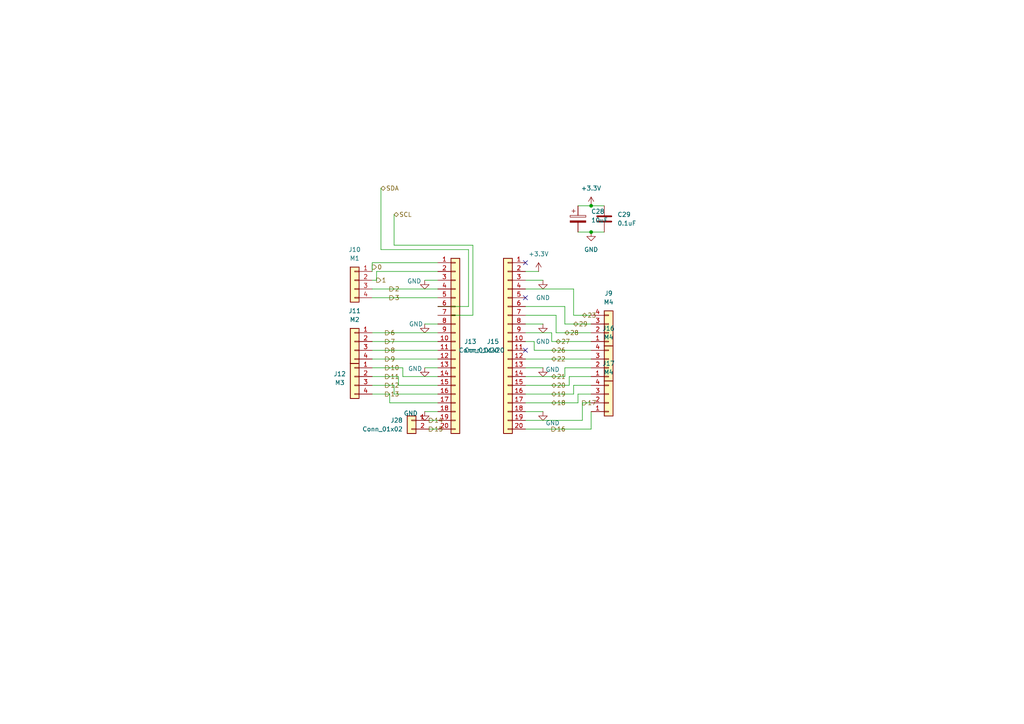
<source format=kicad_sch>
(kicad_sch
	(version 20231120)
	(generator "eeschema")
	(generator_version "8.0")
	(uuid "01e71eb3-7438-498f-8aeb-d22f8b1fe76c")
	(paper "A4")
	(lib_symbols
		(symbol "Connector_Generic:Conn_01x02"
			(pin_names
				(offset 1.016) hide)
			(exclude_from_sim no)
			(in_bom yes)
			(on_board yes)
			(property "Reference" "J"
				(at 0 2.54 0)
				(effects
					(font
						(size 1.27 1.27)
					)
				)
			)
			(property "Value" "Conn_01x02"
				(at 0 -5.08 0)
				(effects
					(font
						(size 1.27 1.27)
					)
				)
			)
			(property "Footprint" ""
				(at 0 0 0)
				(effects
					(font
						(size 1.27 1.27)
					)
					(hide yes)
				)
			)
			(property "Datasheet" "~"
				(at 0 0 0)
				(effects
					(font
						(size 1.27 1.27)
					)
					(hide yes)
				)
			)
			(property "Description" "Generic connector, single row, 01x02, script generated (kicad-library-utils/schlib/autogen/connector/)"
				(at 0 0 0)
				(effects
					(font
						(size 1.27 1.27)
					)
					(hide yes)
				)
			)
			(property "ki_keywords" "connector"
				(at 0 0 0)
				(effects
					(font
						(size 1.27 1.27)
					)
					(hide yes)
				)
			)
			(property "ki_fp_filters" "Connector*:*_1x??_*"
				(at 0 0 0)
				(effects
					(font
						(size 1.27 1.27)
					)
					(hide yes)
				)
			)
			(symbol "Conn_01x02_1_1"
				(rectangle
					(start -1.27 -2.413)
					(end 0 -2.667)
					(stroke
						(width 0.1524)
						(type default)
					)
					(fill
						(type none)
					)
				)
				(rectangle
					(start -1.27 0.127)
					(end 0 -0.127)
					(stroke
						(width 0.1524)
						(type default)
					)
					(fill
						(type none)
					)
				)
				(rectangle
					(start -1.27 1.27)
					(end 1.27 -3.81)
					(stroke
						(width 0.254)
						(type default)
					)
					(fill
						(type background)
					)
				)
				(pin passive line
					(at -5.08 0 0)
					(length 3.81)
					(name "Pin_1"
						(effects
							(font
								(size 1.27 1.27)
							)
						)
					)
					(number "1"
						(effects
							(font
								(size 1.27 1.27)
							)
						)
					)
				)
				(pin passive line
					(at -5.08 -2.54 0)
					(length 3.81)
					(name "Pin_2"
						(effects
							(font
								(size 1.27 1.27)
							)
						)
					)
					(number "2"
						(effects
							(font
								(size 1.27 1.27)
							)
						)
					)
				)
			)
		)
		(symbol "Connector_Generic:Conn_01x04"
			(pin_names
				(offset 1.016) hide)
			(exclude_from_sim no)
			(in_bom yes)
			(on_board yes)
			(property "Reference" "J"
				(at 0 5.08 0)
				(effects
					(font
						(size 1.27 1.27)
					)
				)
			)
			(property "Value" "Conn_01x04"
				(at 0 -7.62 0)
				(effects
					(font
						(size 1.27 1.27)
					)
				)
			)
			(property "Footprint" ""
				(at 0 0 0)
				(effects
					(font
						(size 1.27 1.27)
					)
					(hide yes)
				)
			)
			(property "Datasheet" "~"
				(at 0 0 0)
				(effects
					(font
						(size 1.27 1.27)
					)
					(hide yes)
				)
			)
			(property "Description" "Generic connector, single row, 01x04, script generated (kicad-library-utils/schlib/autogen/connector/)"
				(at 0 0 0)
				(effects
					(font
						(size 1.27 1.27)
					)
					(hide yes)
				)
			)
			(property "ki_keywords" "connector"
				(at 0 0 0)
				(effects
					(font
						(size 1.27 1.27)
					)
					(hide yes)
				)
			)
			(property "ki_fp_filters" "Connector*:*_1x??_*"
				(at 0 0 0)
				(effects
					(font
						(size 1.27 1.27)
					)
					(hide yes)
				)
			)
			(symbol "Conn_01x04_1_1"
				(rectangle
					(start -1.27 -4.953)
					(end 0 -5.207)
					(stroke
						(width 0.1524)
						(type default)
					)
					(fill
						(type none)
					)
				)
				(rectangle
					(start -1.27 -2.413)
					(end 0 -2.667)
					(stroke
						(width 0.1524)
						(type default)
					)
					(fill
						(type none)
					)
				)
				(rectangle
					(start -1.27 0.127)
					(end 0 -0.127)
					(stroke
						(width 0.1524)
						(type default)
					)
					(fill
						(type none)
					)
				)
				(rectangle
					(start -1.27 2.667)
					(end 0 2.413)
					(stroke
						(width 0.1524)
						(type default)
					)
					(fill
						(type none)
					)
				)
				(rectangle
					(start -1.27 3.81)
					(end 1.27 -6.35)
					(stroke
						(width 0.254)
						(type default)
					)
					(fill
						(type background)
					)
				)
				(pin passive line
					(at -5.08 2.54 0)
					(length 3.81)
					(name "Pin_1"
						(effects
							(font
								(size 1.27 1.27)
							)
						)
					)
					(number "1"
						(effects
							(font
								(size 1.27 1.27)
							)
						)
					)
				)
				(pin passive line
					(at -5.08 0 0)
					(length 3.81)
					(name "Pin_2"
						(effects
							(font
								(size 1.27 1.27)
							)
						)
					)
					(number "2"
						(effects
							(font
								(size 1.27 1.27)
							)
						)
					)
				)
				(pin passive line
					(at -5.08 -2.54 0)
					(length 3.81)
					(name "Pin_3"
						(effects
							(font
								(size 1.27 1.27)
							)
						)
					)
					(number "3"
						(effects
							(font
								(size 1.27 1.27)
							)
						)
					)
				)
				(pin passive line
					(at -5.08 -5.08 0)
					(length 3.81)
					(name "Pin_4"
						(effects
							(font
								(size 1.27 1.27)
							)
						)
					)
					(number "4"
						(effects
							(font
								(size 1.27 1.27)
							)
						)
					)
				)
			)
		)
		(symbol "Connector_Generic:Conn_01x20"
			(pin_names
				(offset 1.016) hide)
			(exclude_from_sim no)
			(in_bom yes)
			(on_board yes)
			(property "Reference" "J"
				(at 0 25.4 0)
				(effects
					(font
						(size 1.27 1.27)
					)
				)
			)
			(property "Value" "Conn_01x20"
				(at 0 -27.94 0)
				(effects
					(font
						(size 1.27 1.27)
					)
				)
			)
			(property "Footprint" ""
				(at 0 0 0)
				(effects
					(font
						(size 1.27 1.27)
					)
					(hide yes)
				)
			)
			(property "Datasheet" "~"
				(at 0 0 0)
				(effects
					(font
						(size 1.27 1.27)
					)
					(hide yes)
				)
			)
			(property "Description" "Generic connector, single row, 01x20, script generated (kicad-library-utils/schlib/autogen/connector/)"
				(at 0 0 0)
				(effects
					(font
						(size 1.27 1.27)
					)
					(hide yes)
				)
			)
			(property "ki_keywords" "connector"
				(at 0 0 0)
				(effects
					(font
						(size 1.27 1.27)
					)
					(hide yes)
				)
			)
			(property "ki_fp_filters" "Connector*:*_1x??_*"
				(at 0 0 0)
				(effects
					(font
						(size 1.27 1.27)
					)
					(hide yes)
				)
			)
			(symbol "Conn_01x20_1_1"
				(rectangle
					(start -1.27 -25.273)
					(end 0 -25.527)
					(stroke
						(width 0.1524)
						(type default)
					)
					(fill
						(type none)
					)
				)
				(rectangle
					(start -1.27 -22.733)
					(end 0 -22.987)
					(stroke
						(width 0.1524)
						(type default)
					)
					(fill
						(type none)
					)
				)
				(rectangle
					(start -1.27 -20.193)
					(end 0 -20.447)
					(stroke
						(width 0.1524)
						(type default)
					)
					(fill
						(type none)
					)
				)
				(rectangle
					(start -1.27 -17.653)
					(end 0 -17.907)
					(stroke
						(width 0.1524)
						(type default)
					)
					(fill
						(type none)
					)
				)
				(rectangle
					(start -1.27 -15.113)
					(end 0 -15.367)
					(stroke
						(width 0.1524)
						(type default)
					)
					(fill
						(type none)
					)
				)
				(rectangle
					(start -1.27 -12.573)
					(end 0 -12.827)
					(stroke
						(width 0.1524)
						(type default)
					)
					(fill
						(type none)
					)
				)
				(rectangle
					(start -1.27 -10.033)
					(end 0 -10.287)
					(stroke
						(width 0.1524)
						(type default)
					)
					(fill
						(type none)
					)
				)
				(rectangle
					(start -1.27 -7.493)
					(end 0 -7.747)
					(stroke
						(width 0.1524)
						(type default)
					)
					(fill
						(type none)
					)
				)
				(rectangle
					(start -1.27 -4.953)
					(end 0 -5.207)
					(stroke
						(width 0.1524)
						(type default)
					)
					(fill
						(type none)
					)
				)
				(rectangle
					(start -1.27 -2.413)
					(end 0 -2.667)
					(stroke
						(width 0.1524)
						(type default)
					)
					(fill
						(type none)
					)
				)
				(rectangle
					(start -1.27 0.127)
					(end 0 -0.127)
					(stroke
						(width 0.1524)
						(type default)
					)
					(fill
						(type none)
					)
				)
				(rectangle
					(start -1.27 2.667)
					(end 0 2.413)
					(stroke
						(width 0.1524)
						(type default)
					)
					(fill
						(type none)
					)
				)
				(rectangle
					(start -1.27 5.207)
					(end 0 4.953)
					(stroke
						(width 0.1524)
						(type default)
					)
					(fill
						(type none)
					)
				)
				(rectangle
					(start -1.27 7.747)
					(end 0 7.493)
					(stroke
						(width 0.1524)
						(type default)
					)
					(fill
						(type none)
					)
				)
				(rectangle
					(start -1.27 10.287)
					(end 0 10.033)
					(stroke
						(width 0.1524)
						(type default)
					)
					(fill
						(type none)
					)
				)
				(rectangle
					(start -1.27 12.827)
					(end 0 12.573)
					(stroke
						(width 0.1524)
						(type default)
					)
					(fill
						(type none)
					)
				)
				(rectangle
					(start -1.27 15.367)
					(end 0 15.113)
					(stroke
						(width 0.1524)
						(type default)
					)
					(fill
						(type none)
					)
				)
				(rectangle
					(start -1.27 17.907)
					(end 0 17.653)
					(stroke
						(width 0.1524)
						(type default)
					)
					(fill
						(type none)
					)
				)
				(rectangle
					(start -1.27 20.447)
					(end 0 20.193)
					(stroke
						(width 0.1524)
						(type default)
					)
					(fill
						(type none)
					)
				)
				(rectangle
					(start -1.27 22.987)
					(end 0 22.733)
					(stroke
						(width 0.1524)
						(type default)
					)
					(fill
						(type none)
					)
				)
				(rectangle
					(start -1.27 24.13)
					(end 1.27 -26.67)
					(stroke
						(width 0.254)
						(type default)
					)
					(fill
						(type background)
					)
				)
				(pin passive line
					(at -5.08 22.86 0)
					(length 3.81)
					(name "Pin_1"
						(effects
							(font
								(size 1.27 1.27)
							)
						)
					)
					(number "1"
						(effects
							(font
								(size 1.27 1.27)
							)
						)
					)
				)
				(pin passive line
					(at -5.08 0 0)
					(length 3.81)
					(name "Pin_10"
						(effects
							(font
								(size 1.27 1.27)
							)
						)
					)
					(number "10"
						(effects
							(font
								(size 1.27 1.27)
							)
						)
					)
				)
				(pin passive line
					(at -5.08 -2.54 0)
					(length 3.81)
					(name "Pin_11"
						(effects
							(font
								(size 1.27 1.27)
							)
						)
					)
					(number "11"
						(effects
							(font
								(size 1.27 1.27)
							)
						)
					)
				)
				(pin passive line
					(at -5.08 -5.08 0)
					(length 3.81)
					(name "Pin_12"
						(effects
							(font
								(size 1.27 1.27)
							)
						)
					)
					(number "12"
						(effects
							(font
								(size 1.27 1.27)
							)
						)
					)
				)
				(pin passive line
					(at -5.08 -7.62 0)
					(length 3.81)
					(name "Pin_13"
						(effects
							(font
								(size 1.27 1.27)
							)
						)
					)
					(number "13"
						(effects
							(font
								(size 1.27 1.27)
							)
						)
					)
				)
				(pin passive line
					(at -5.08 -10.16 0)
					(length 3.81)
					(name "Pin_14"
						(effects
							(font
								(size 1.27 1.27)
							)
						)
					)
					(number "14"
						(effects
							(font
								(size 1.27 1.27)
							)
						)
					)
				)
				(pin passive line
					(at -5.08 -12.7 0)
					(length 3.81)
					(name "Pin_15"
						(effects
							(font
								(size 1.27 1.27)
							)
						)
					)
					(number "15"
						(effects
							(font
								(size 1.27 1.27)
							)
						)
					)
				)
				(pin passive line
					(at -5.08 -15.24 0)
					(length 3.81)
					(name "Pin_16"
						(effects
							(font
								(size 1.27 1.27)
							)
						)
					)
					(number "16"
						(effects
							(font
								(size 1.27 1.27)
							)
						)
					)
				)
				(pin passive line
					(at -5.08 -17.78 0)
					(length 3.81)
					(name "Pin_17"
						(effects
							(font
								(size 1.27 1.27)
							)
						)
					)
					(number "17"
						(effects
							(font
								(size 1.27 1.27)
							)
						)
					)
				)
				(pin passive line
					(at -5.08 -20.32 0)
					(length 3.81)
					(name "Pin_18"
						(effects
							(font
								(size 1.27 1.27)
							)
						)
					)
					(number "18"
						(effects
							(font
								(size 1.27 1.27)
							)
						)
					)
				)
				(pin passive line
					(at -5.08 -22.86 0)
					(length 3.81)
					(name "Pin_19"
						(effects
							(font
								(size 1.27 1.27)
							)
						)
					)
					(number "19"
						(effects
							(font
								(size 1.27 1.27)
							)
						)
					)
				)
				(pin passive line
					(at -5.08 20.32 0)
					(length 3.81)
					(name "Pin_2"
						(effects
							(font
								(size 1.27 1.27)
							)
						)
					)
					(number "2"
						(effects
							(font
								(size 1.27 1.27)
							)
						)
					)
				)
				(pin passive line
					(at -5.08 -25.4 0)
					(length 3.81)
					(name "Pin_20"
						(effects
							(font
								(size 1.27 1.27)
							)
						)
					)
					(number "20"
						(effects
							(font
								(size 1.27 1.27)
							)
						)
					)
				)
				(pin passive line
					(at -5.08 17.78 0)
					(length 3.81)
					(name "Pin_3"
						(effects
							(font
								(size 1.27 1.27)
							)
						)
					)
					(number "3"
						(effects
							(font
								(size 1.27 1.27)
							)
						)
					)
				)
				(pin passive line
					(at -5.08 15.24 0)
					(length 3.81)
					(name "Pin_4"
						(effects
							(font
								(size 1.27 1.27)
							)
						)
					)
					(number "4"
						(effects
							(font
								(size 1.27 1.27)
							)
						)
					)
				)
				(pin passive line
					(at -5.08 12.7 0)
					(length 3.81)
					(name "Pin_5"
						(effects
							(font
								(size 1.27 1.27)
							)
						)
					)
					(number "5"
						(effects
							(font
								(size 1.27 1.27)
							)
						)
					)
				)
				(pin passive line
					(at -5.08 10.16 0)
					(length 3.81)
					(name "Pin_6"
						(effects
							(font
								(size 1.27 1.27)
							)
						)
					)
					(number "6"
						(effects
							(font
								(size 1.27 1.27)
							)
						)
					)
				)
				(pin passive line
					(at -5.08 7.62 0)
					(length 3.81)
					(name "Pin_7"
						(effects
							(font
								(size 1.27 1.27)
							)
						)
					)
					(number "7"
						(effects
							(font
								(size 1.27 1.27)
							)
						)
					)
				)
				(pin passive line
					(at -5.08 5.08 0)
					(length 3.81)
					(name "Pin_8"
						(effects
							(font
								(size 1.27 1.27)
							)
						)
					)
					(number "8"
						(effects
							(font
								(size 1.27 1.27)
							)
						)
					)
				)
				(pin passive line
					(at -5.08 2.54 0)
					(length 3.81)
					(name "Pin_9"
						(effects
							(font
								(size 1.27 1.27)
							)
						)
					)
					(number "9"
						(effects
							(font
								(size 1.27 1.27)
							)
						)
					)
				)
			)
		)
		(symbol "Device:C"
			(pin_numbers hide)
			(pin_names
				(offset 0.254)
			)
			(exclude_from_sim no)
			(in_bom yes)
			(on_board yes)
			(property "Reference" "C"
				(at 0.635 2.54 0)
				(effects
					(font
						(size 1.27 1.27)
					)
					(justify left)
				)
			)
			(property "Value" "C"
				(at 0.635 -2.54 0)
				(effects
					(font
						(size 1.27 1.27)
					)
					(justify left)
				)
			)
			(property "Footprint" ""
				(at 0.9652 -3.81 0)
				(effects
					(font
						(size 1.27 1.27)
					)
					(hide yes)
				)
			)
			(property "Datasheet" "~"
				(at 0 0 0)
				(effects
					(font
						(size 1.27 1.27)
					)
					(hide yes)
				)
			)
			(property "Description" "Unpolarized capacitor"
				(at 0 0 0)
				(effects
					(font
						(size 1.27 1.27)
					)
					(hide yes)
				)
			)
			(property "ki_keywords" "cap capacitor"
				(at 0 0 0)
				(effects
					(font
						(size 1.27 1.27)
					)
					(hide yes)
				)
			)
			(property "ki_fp_filters" "C_*"
				(at 0 0 0)
				(effects
					(font
						(size 1.27 1.27)
					)
					(hide yes)
				)
			)
			(symbol "C_0_1"
				(polyline
					(pts
						(xy -2.032 -0.762) (xy 2.032 -0.762)
					)
					(stroke
						(width 0.508)
						(type default)
					)
					(fill
						(type none)
					)
				)
				(polyline
					(pts
						(xy -2.032 0.762) (xy 2.032 0.762)
					)
					(stroke
						(width 0.508)
						(type default)
					)
					(fill
						(type none)
					)
				)
			)
			(symbol "C_1_1"
				(pin passive line
					(at 0 3.81 270)
					(length 2.794)
					(name "~"
						(effects
							(font
								(size 1.27 1.27)
							)
						)
					)
					(number "1"
						(effects
							(font
								(size 1.27 1.27)
							)
						)
					)
				)
				(pin passive line
					(at 0 -3.81 90)
					(length 2.794)
					(name "~"
						(effects
							(font
								(size 1.27 1.27)
							)
						)
					)
					(number "2"
						(effects
							(font
								(size 1.27 1.27)
							)
						)
					)
				)
			)
		)
		(symbol "Device:C_Polarized"
			(pin_numbers hide)
			(pin_names
				(offset 0.254)
			)
			(exclude_from_sim no)
			(in_bom yes)
			(on_board yes)
			(property "Reference" "C"
				(at 0.635 2.54 0)
				(effects
					(font
						(size 1.27 1.27)
					)
					(justify left)
				)
			)
			(property "Value" "C_Polarized"
				(at 0.635 -2.54 0)
				(effects
					(font
						(size 1.27 1.27)
					)
					(justify left)
				)
			)
			(property "Footprint" ""
				(at 0.9652 -3.81 0)
				(effects
					(font
						(size 1.27 1.27)
					)
					(hide yes)
				)
			)
			(property "Datasheet" "~"
				(at 0 0 0)
				(effects
					(font
						(size 1.27 1.27)
					)
					(hide yes)
				)
			)
			(property "Description" "Polarized capacitor"
				(at 0 0 0)
				(effects
					(font
						(size 1.27 1.27)
					)
					(hide yes)
				)
			)
			(property "ki_keywords" "cap capacitor"
				(at 0 0 0)
				(effects
					(font
						(size 1.27 1.27)
					)
					(hide yes)
				)
			)
			(property "ki_fp_filters" "CP_*"
				(at 0 0 0)
				(effects
					(font
						(size 1.27 1.27)
					)
					(hide yes)
				)
			)
			(symbol "C_Polarized_0_1"
				(rectangle
					(start -2.286 0.508)
					(end 2.286 1.016)
					(stroke
						(width 0)
						(type default)
					)
					(fill
						(type none)
					)
				)
				(polyline
					(pts
						(xy -1.778 2.286) (xy -0.762 2.286)
					)
					(stroke
						(width 0)
						(type default)
					)
					(fill
						(type none)
					)
				)
				(polyline
					(pts
						(xy -1.27 2.794) (xy -1.27 1.778)
					)
					(stroke
						(width 0)
						(type default)
					)
					(fill
						(type none)
					)
				)
				(rectangle
					(start 2.286 -0.508)
					(end -2.286 -1.016)
					(stroke
						(width 0)
						(type default)
					)
					(fill
						(type outline)
					)
				)
			)
			(symbol "C_Polarized_1_1"
				(pin passive line
					(at 0 3.81 270)
					(length 2.794)
					(name "~"
						(effects
							(font
								(size 1.27 1.27)
							)
						)
					)
					(number "1"
						(effects
							(font
								(size 1.27 1.27)
							)
						)
					)
				)
				(pin passive line
					(at 0 -3.81 90)
					(length 2.794)
					(name "~"
						(effects
							(font
								(size 1.27 1.27)
							)
						)
					)
					(number "2"
						(effects
							(font
								(size 1.27 1.27)
							)
						)
					)
				)
			)
		)
		(symbol "power:+3.3V"
			(power)
			(pin_numbers hide)
			(pin_names
				(offset 0) hide)
			(exclude_from_sim no)
			(in_bom yes)
			(on_board yes)
			(property "Reference" "#PWR"
				(at 0 -3.81 0)
				(effects
					(font
						(size 1.27 1.27)
					)
					(hide yes)
				)
			)
			(property "Value" "+3.3V"
				(at 0 3.556 0)
				(effects
					(font
						(size 1.27 1.27)
					)
				)
			)
			(property "Footprint" ""
				(at 0 0 0)
				(effects
					(font
						(size 1.27 1.27)
					)
					(hide yes)
				)
			)
			(property "Datasheet" ""
				(at 0 0 0)
				(effects
					(font
						(size 1.27 1.27)
					)
					(hide yes)
				)
			)
			(property "Description" "Power symbol creates a global label with name \"+3.3V\""
				(at 0 0 0)
				(effects
					(font
						(size 1.27 1.27)
					)
					(hide yes)
				)
			)
			(property "ki_keywords" "global power"
				(at 0 0 0)
				(effects
					(font
						(size 1.27 1.27)
					)
					(hide yes)
				)
			)
			(symbol "+3.3V_0_1"
				(polyline
					(pts
						(xy -0.762 1.27) (xy 0 2.54)
					)
					(stroke
						(width 0)
						(type default)
					)
					(fill
						(type none)
					)
				)
				(polyline
					(pts
						(xy 0 0) (xy 0 2.54)
					)
					(stroke
						(width 0)
						(type default)
					)
					(fill
						(type none)
					)
				)
				(polyline
					(pts
						(xy 0 2.54) (xy 0.762 1.27)
					)
					(stroke
						(width 0)
						(type default)
					)
					(fill
						(type none)
					)
				)
			)
			(symbol "+3.3V_1_1"
				(pin power_in line
					(at 0 0 90)
					(length 0)
					(name "~"
						(effects
							(font
								(size 1.27 1.27)
							)
						)
					)
					(number "1"
						(effects
							(font
								(size 1.27 1.27)
							)
						)
					)
				)
			)
		)
		(symbol "power:+3V3"
			(power)
			(pin_numbers hide)
			(pin_names
				(offset 0) hide)
			(exclude_from_sim no)
			(in_bom yes)
			(on_board yes)
			(property "Reference" "#PWR"
				(at 0 -3.81 0)
				(effects
					(font
						(size 1.27 1.27)
					)
					(hide yes)
				)
			)
			(property "Value" "+3V3"
				(at 0 3.556 0)
				(effects
					(font
						(size 1.27 1.27)
					)
				)
			)
			(property "Footprint" ""
				(at 0 0 0)
				(effects
					(font
						(size 1.27 1.27)
					)
					(hide yes)
				)
			)
			(property "Datasheet" ""
				(at 0 0 0)
				(effects
					(font
						(size 1.27 1.27)
					)
					(hide yes)
				)
			)
			(property "Description" "Power symbol creates a global label with name \"+3V3\""
				(at 0 0 0)
				(effects
					(font
						(size 1.27 1.27)
					)
					(hide yes)
				)
			)
			(property "ki_keywords" "global power"
				(at 0 0 0)
				(effects
					(font
						(size 1.27 1.27)
					)
					(hide yes)
				)
			)
			(symbol "+3V3_0_1"
				(polyline
					(pts
						(xy -0.762 1.27) (xy 0 2.54)
					)
					(stroke
						(width 0)
						(type default)
					)
					(fill
						(type none)
					)
				)
				(polyline
					(pts
						(xy 0 0) (xy 0 2.54)
					)
					(stroke
						(width 0)
						(type default)
					)
					(fill
						(type none)
					)
				)
				(polyline
					(pts
						(xy 0 2.54) (xy 0.762 1.27)
					)
					(stroke
						(width 0)
						(type default)
					)
					(fill
						(type none)
					)
				)
			)
			(symbol "+3V3_1_1"
				(pin power_in line
					(at 0 0 90)
					(length 0)
					(name "~"
						(effects
							(font
								(size 1.27 1.27)
							)
						)
					)
					(number "1"
						(effects
							(font
								(size 1.27 1.27)
							)
						)
					)
				)
			)
		)
		(symbol "power:GND"
			(power)
			(pin_numbers hide)
			(pin_names
				(offset 0) hide)
			(exclude_from_sim no)
			(in_bom yes)
			(on_board yes)
			(property "Reference" "#PWR"
				(at 0 -6.35 0)
				(effects
					(font
						(size 1.27 1.27)
					)
					(hide yes)
				)
			)
			(property "Value" "GND"
				(at 0 -3.81 0)
				(effects
					(font
						(size 1.27 1.27)
					)
				)
			)
			(property "Footprint" ""
				(at 0 0 0)
				(effects
					(font
						(size 1.27 1.27)
					)
					(hide yes)
				)
			)
			(property "Datasheet" ""
				(at 0 0 0)
				(effects
					(font
						(size 1.27 1.27)
					)
					(hide yes)
				)
			)
			(property "Description" "Power symbol creates a global label with name \"GND\" , ground"
				(at 0 0 0)
				(effects
					(font
						(size 1.27 1.27)
					)
					(hide yes)
				)
			)
			(property "ki_keywords" "global power"
				(at 0 0 0)
				(effects
					(font
						(size 1.27 1.27)
					)
					(hide yes)
				)
			)
			(symbol "GND_0_1"
				(polyline
					(pts
						(xy 0 0) (xy 0 -1.27) (xy 1.27 -1.27) (xy 0 -2.54) (xy -1.27 -1.27) (xy 0 -1.27)
					)
					(stroke
						(width 0)
						(type default)
					)
					(fill
						(type none)
					)
				)
			)
			(symbol "GND_1_1"
				(pin power_in line
					(at 0 0 270)
					(length 0)
					(name "~"
						(effects
							(font
								(size 1.27 1.27)
							)
						)
					)
					(number "1"
						(effects
							(font
								(size 1.27 1.27)
							)
						)
					)
				)
			)
		)
	)
	(junction
		(at 171.45 59.69)
		(diameter 0)
		(color 0 0 0 0)
		(uuid "233dbc02-2a5e-4358-8129-010ab82459ec")
	)
	(junction
		(at 171.45 67.31)
		(diameter 0)
		(color 0 0 0 0)
		(uuid "f11329d5-096f-4c40-830e-a1c37de91a0a")
	)
	(no_connect
		(at 152.4 76.2)
		(uuid "822965fe-67f0-4512-9ef1-08d6a9b74b8e")
	)
	(no_connect
		(at 152.4 101.6)
		(uuid "8aa9346a-71a1-48ff-b3f6-0f6f4f6257c3")
	)
	(no_connect
		(at 152.4 86.36)
		(uuid "c0e7ca48-c97a-41d9-922a-fb307a0ff020")
	)
	(wire
		(pts
			(xy 107.95 76.2) (xy 107.95 78.74)
		)
		(stroke
			(width 0)
			(type default)
		)
		(uuid "02dd8136-c20c-4540-8e41-0ed4aaa01e85")
	)
	(wire
		(pts
			(xy 168.91 121.92) (xy 168.91 116.84)
		)
		(stroke
			(width 0)
			(type default)
		)
		(uuid "048b42ef-692b-4f81-ab78-4f38933f98d4")
	)
	(wire
		(pts
			(xy 110.49 54.61) (xy 110.49 72.39)
		)
		(stroke
			(width 0)
			(type default)
		)
		(uuid "04c9d53d-43ec-4920-9bd7-0ed4b9400e0b")
	)
	(wire
		(pts
			(xy 107.95 104.14) (xy 127 104.14)
		)
		(stroke
			(width 0)
			(type default)
		)
		(uuid "05092072-33b7-4100-9419-4950102e5ede")
	)
	(wire
		(pts
			(xy 107.95 86.36) (xy 127 86.36)
		)
		(stroke
			(width 0)
			(type default)
		)
		(uuid "07f69dcc-373e-4c2a-910b-af91e203db52")
	)
	(wire
		(pts
			(xy 113.03 116.84) (xy 113.03 114.3)
		)
		(stroke
			(width 0)
			(type default)
		)
		(uuid "10067094-078e-4f9f-b475-179d74896ae7")
	)
	(wire
		(pts
			(xy 127 91.44) (xy 137.16 91.44)
		)
		(stroke
			(width 0)
			(type default)
		)
		(uuid "138b8cd3-6a40-4a44-ab3c-289c08e0bae6")
	)
	(wire
		(pts
			(xy 152.4 104.14) (xy 171.45 104.14)
		)
		(stroke
			(width 0)
			(type default)
		)
		(uuid "19bbbe8d-b421-4568-a7c8-6ac356a31240")
	)
	(wire
		(pts
			(xy 123.19 93.98) (xy 127 93.98)
		)
		(stroke
			(width 0)
			(type default)
		)
		(uuid "1c5d6aab-ef23-4fe3-8f0f-9f510e3c997b")
	)
	(wire
		(pts
			(xy 114.3 62.23) (xy 114.3 71.12)
		)
		(stroke
			(width 0)
			(type default)
		)
		(uuid "1de909ca-da81-44cd-92af-a67c527b9337")
	)
	(wire
		(pts
			(xy 160.02 96.52) (xy 160.02 99.06)
		)
		(stroke
			(width 0)
			(type default)
		)
		(uuid "1ee05bbe-41b9-42a9-acf9-01ad135efaf0")
	)
	(wire
		(pts
			(xy 113.03 114.3) (xy 107.95 114.3)
		)
		(stroke
			(width 0)
			(type default)
		)
		(uuid "20752ce4-f738-42af-af18-c05d4420ec7b")
	)
	(wire
		(pts
			(xy 167.64 59.69) (xy 171.45 59.69)
		)
		(stroke
			(width 0)
			(type default)
		)
		(uuid "255ba150-0f6f-462b-b24c-2e89a1c30de7")
	)
	(wire
		(pts
			(xy 114.3 111.76) (xy 107.95 111.76)
		)
		(stroke
			(width 0)
			(type default)
		)
		(uuid "2696b78a-19b2-4d85-b2a5-380748a7835d")
	)
	(wire
		(pts
			(xy 107.95 83.82) (xy 127 83.82)
		)
		(stroke
			(width 0)
			(type default)
		)
		(uuid "27274a28-d4b9-41ff-a16c-6aec8c5d9206")
	)
	(wire
		(pts
			(xy 116.84 109.22) (xy 116.84 106.68)
		)
		(stroke
			(width 0)
			(type default)
		)
		(uuid "2954afe4-6f1f-4373-a689-9988799b7975")
	)
	(wire
		(pts
			(xy 115.57 109.22) (xy 107.95 109.22)
		)
		(stroke
			(width 0)
			(type default)
		)
		(uuid "2b59ba8b-0f5b-4da1-9c76-60aadb40241b")
	)
	(wire
		(pts
			(xy 137.16 71.12) (xy 137.16 91.44)
		)
		(stroke
			(width 0)
			(type default)
		)
		(uuid "2bdc1071-1f13-4d1d-a50f-7e26b14e24b6")
	)
	(wire
		(pts
			(xy 124.46 124.46) (xy 127 124.46)
		)
		(stroke
			(width 0)
			(type default)
		)
		(uuid "2e85502a-98ae-4e1b-a6c8-2975b70f2a34")
	)
	(wire
		(pts
			(xy 107.95 99.06) (xy 127 99.06)
		)
		(stroke
			(width 0)
			(type default)
		)
		(uuid "2ed13338-8faf-4f9c-a331-97bc35976c31")
	)
	(wire
		(pts
			(xy 163.83 109.22) (xy 163.83 106.68)
		)
		(stroke
			(width 0)
			(type default)
		)
		(uuid "31b202de-f362-4121-bf87-9759d2becd46")
	)
	(wire
		(pts
			(xy 135.89 72.39) (xy 135.89 88.9)
		)
		(stroke
			(width 0)
			(type default)
		)
		(uuid "367240ef-a880-48a3-9211-86719eb3bf09")
	)
	(wire
		(pts
			(xy 165.1 111.76) (xy 165.1 109.22)
		)
		(stroke
			(width 0)
			(type default)
		)
		(uuid "38c3c1b5-0035-4c19-b491-907950c56707")
	)
	(wire
		(pts
			(xy 163.83 93.98) (xy 171.45 93.98)
		)
		(stroke
			(width 0)
			(type default)
		)
		(uuid "39abd494-ce40-473c-b2a7-1b9350f74493")
	)
	(wire
		(pts
			(xy 123.19 119.38) (xy 127 119.38)
		)
		(stroke
			(width 0)
			(type default)
		)
		(uuid "3ab66af9-643e-4eb1-896e-c246112fc6fd")
	)
	(wire
		(pts
			(xy 127 116.84) (xy 113.03 116.84)
		)
		(stroke
			(width 0)
			(type default)
		)
		(uuid "3cbfa05d-6843-4c63-9ae8-49a75153948b")
	)
	(wire
		(pts
			(xy 152.4 78.74) (xy 156.21 78.74)
		)
		(stroke
			(width 0)
			(type default)
		)
		(uuid "3d1df22c-bcee-4f0c-a59d-e3e12b07d534")
	)
	(wire
		(pts
			(xy 152.4 121.92) (xy 168.91 121.92)
		)
		(stroke
			(width 0)
			(type default)
		)
		(uuid "43883087-2bbd-47b3-9605-59fd51a82ed1")
	)
	(wire
		(pts
			(xy 152.4 111.76) (xy 165.1 111.76)
		)
		(stroke
			(width 0)
			(type default)
		)
		(uuid "46bb5359-f1c7-4907-8cfe-22200d356c3c")
	)
	(wire
		(pts
			(xy 127 111.76) (xy 115.57 111.76)
		)
		(stroke
			(width 0)
			(type default)
		)
		(uuid "47261f4d-95a1-44ff-97bc-e951ef51bb13")
	)
	(wire
		(pts
			(xy 152.4 93.98) (xy 157.48 93.98)
		)
		(stroke
			(width 0)
			(type default)
		)
		(uuid "51556706-8452-47d7-8ff7-4f68ec53a49d")
	)
	(wire
		(pts
			(xy 166.37 114.3) (xy 166.37 111.76)
		)
		(stroke
			(width 0)
			(type default)
		)
		(uuid "59aecb3f-afed-4f87-b979-780311c53dea")
	)
	(wire
		(pts
			(xy 161.29 91.44) (xy 161.29 96.52)
		)
		(stroke
			(width 0)
			(type default)
		)
		(uuid "5a254678-4141-4a01-8101-8a4545293485")
	)
	(wire
		(pts
			(xy 152.4 109.22) (xy 163.83 109.22)
		)
		(stroke
			(width 0)
			(type default)
		)
		(uuid "5c402d91-7054-496b-b30b-c9aa1d929eae")
	)
	(wire
		(pts
			(xy 127 78.74) (xy 109.22 78.74)
		)
		(stroke
			(width 0)
			(type default)
		)
		(uuid "64679849-bb06-405e-be4b-9f599bd97d64")
	)
	(wire
		(pts
			(xy 152.4 99.06) (xy 154.94 99.06)
		)
		(stroke
			(width 0)
			(type default)
		)
		(uuid "66367f57-69e8-42b7-b045-01e9a86c3ad6")
	)
	(wire
		(pts
			(xy 152.4 88.9) (xy 163.83 88.9)
		)
		(stroke
			(width 0)
			(type default)
		)
		(uuid "6a0679f0-9193-43fa-a721-fda3bcfb9cb7")
	)
	(wire
		(pts
			(xy 152.4 119.38) (xy 157.48 119.38)
		)
		(stroke
			(width 0)
			(type default)
		)
		(uuid "73371e6f-bead-4cbd-ab15-cbfc2d5f21e3")
	)
	(wire
		(pts
			(xy 114.3 71.12) (xy 137.16 71.12)
		)
		(stroke
			(width 0)
			(type default)
		)
		(uuid "74c3eb6b-1895-455c-a40b-7a7f7116ac45")
	)
	(wire
		(pts
			(xy 107.95 106.68) (xy 116.84 106.68)
		)
		(stroke
			(width 0)
			(type default)
		)
		(uuid "76abc6c8-254a-47c9-9d2a-d28dde957324")
	)
	(wire
		(pts
			(xy 109.22 78.74) (xy 109.22 81.28)
		)
		(stroke
			(width 0)
			(type default)
		)
		(uuid "7b81664a-ed31-4e35-a02c-20a261a875ac")
	)
	(wire
		(pts
			(xy 167.64 67.31) (xy 171.45 67.31)
		)
		(stroke
			(width 0)
			(type default)
		)
		(uuid "7d8e95a2-d4b1-46b7-9902-693226009059")
	)
	(wire
		(pts
			(xy 163.83 106.68) (xy 171.45 106.68)
		)
		(stroke
			(width 0)
			(type default)
		)
		(uuid "8070ff77-c952-4965-b2f1-90ebe8d7ae91")
	)
	(wire
		(pts
			(xy 166.37 111.76) (xy 171.45 111.76)
		)
		(stroke
			(width 0)
			(type default)
		)
		(uuid "8c9c3243-3088-47ca-a0b6-e4ab6a07be03")
	)
	(wire
		(pts
			(xy 110.49 72.39) (xy 135.89 72.39)
		)
		(stroke
			(width 0)
			(type default)
		)
		(uuid "8faf38de-daff-410f-860d-4603ca22c88d")
	)
	(wire
		(pts
			(xy 154.94 99.06) (xy 154.94 101.6)
		)
		(stroke
			(width 0)
			(type default)
		)
		(uuid "8fce509b-5cb5-43b2-b55c-fa83f99ec5c2")
	)
	(wire
		(pts
			(xy 168.91 116.84) (xy 171.45 116.84)
		)
		(stroke
			(width 0)
			(type default)
		)
		(uuid "9031c95d-5856-4ad4-b59d-dcd80a164c32")
	)
	(wire
		(pts
			(xy 166.37 83.82) (xy 166.37 91.44)
		)
		(stroke
			(width 0)
			(type default)
		)
		(uuid "9c49643d-8690-4feb-a086-54c652f891d5")
	)
	(wire
		(pts
			(xy 171.45 67.31) (xy 175.26 67.31)
		)
		(stroke
			(width 0)
			(type default)
		)
		(uuid "9c766832-c2a3-42f3-85db-ddf762039e4e")
	)
	(wire
		(pts
			(xy 127 114.3) (xy 114.3 114.3)
		)
		(stroke
			(width 0)
			(type default)
		)
		(uuid "9ea18b80-c80b-42ac-8831-7b5bb77e2edb")
	)
	(wire
		(pts
			(xy 107.95 81.28) (xy 109.22 81.28)
		)
		(stroke
			(width 0)
			(type default)
		)
		(uuid "a4d9fd32-3c1d-488e-a2a7-81683c1f4ca0")
	)
	(wire
		(pts
			(xy 107.95 101.6) (xy 127 101.6)
		)
		(stroke
			(width 0)
			(type default)
		)
		(uuid "a5737a4b-649e-406e-aad3-e2d6586bd8c5")
	)
	(wire
		(pts
			(xy 154.94 101.6) (xy 171.45 101.6)
		)
		(stroke
			(width 0)
			(type default)
		)
		(uuid "aa645ce8-1b86-436f-a73f-1e1f276af0ce")
	)
	(wire
		(pts
			(xy 152.4 81.28) (xy 157.48 81.28)
		)
		(stroke
			(width 0)
			(type default)
		)
		(uuid "acd4f7fe-46e9-412f-b189-982df21a6604")
	)
	(wire
		(pts
			(xy 152.4 124.46) (xy 171.45 124.46)
		)
		(stroke
			(width 0)
			(type default)
		)
		(uuid "b2f72cc0-afd4-4dd2-8c72-bbdfe0f0e208")
	)
	(wire
		(pts
			(xy 152.4 96.52) (xy 160.02 96.52)
		)
		(stroke
			(width 0)
			(type default)
		)
		(uuid "b3f00cc3-567a-40ef-b341-c81d18f3d14e")
	)
	(wire
		(pts
			(xy 152.4 83.82) (xy 166.37 83.82)
		)
		(stroke
			(width 0)
			(type default)
		)
		(uuid "b925513b-4d9b-4ef3-954f-788bc70ac138")
	)
	(wire
		(pts
			(xy 152.4 114.3) (xy 166.37 114.3)
		)
		(stroke
			(width 0)
			(type default)
		)
		(uuid "bb0a7cf2-eb3c-4951-8ff4-914291eaf3d9")
	)
	(wire
		(pts
			(xy 166.37 91.44) (xy 171.45 91.44)
		)
		(stroke
			(width 0)
			(type default)
		)
		(uuid "bdaab6ae-8e2c-406d-9e47-8d004fee7606")
	)
	(wire
		(pts
			(xy 152.4 116.84) (xy 167.64 116.84)
		)
		(stroke
			(width 0)
			(type default)
		)
		(uuid "c069e3c1-65ee-498d-9864-96af3d6ffee2")
	)
	(wire
		(pts
			(xy 167.64 114.3) (xy 171.45 114.3)
		)
		(stroke
			(width 0)
			(type default)
		)
		(uuid "c4e02049-77e2-4a0c-a96a-351ceaa38de5")
	)
	(wire
		(pts
			(xy 161.29 96.52) (xy 171.45 96.52)
		)
		(stroke
			(width 0)
			(type default)
		)
		(uuid "cadc98ea-2980-40c0-abd1-f0d0eb022f96")
	)
	(wire
		(pts
			(xy 165.1 109.22) (xy 171.45 109.22)
		)
		(stroke
			(width 0)
			(type default)
		)
		(uuid "cb933c86-8eed-42e7-b8b5-3f4c373c9b31")
	)
	(wire
		(pts
			(xy 167.64 116.84) (xy 167.64 114.3)
		)
		(stroke
			(width 0)
			(type default)
		)
		(uuid "cd0b6171-d5ee-4628-9558-69d7d6679d71")
	)
	(wire
		(pts
			(xy 127 109.22) (xy 116.84 109.22)
		)
		(stroke
			(width 0)
			(type default)
		)
		(uuid "d0607883-2ef5-40a4-b9d9-607bdc286c10")
	)
	(wire
		(pts
			(xy 152.4 106.68) (xy 157.48 106.68)
		)
		(stroke
			(width 0)
			(type default)
		)
		(uuid "d27dd8af-956f-4d27-b079-1c1223f91331")
	)
	(wire
		(pts
			(xy 123.19 106.68) (xy 127 106.68)
		)
		(stroke
			(width 0)
			(type default)
		)
		(uuid "d6121ec9-3a29-4fb4-87c2-2e745474e03b")
	)
	(wire
		(pts
			(xy 114.3 114.3) (xy 114.3 111.76)
		)
		(stroke
			(width 0)
			(type default)
		)
		(uuid "dc11726c-5f6e-4a14-bdeb-cb9fa62aa697")
	)
	(wire
		(pts
			(xy 115.57 111.76) (xy 115.57 109.22)
		)
		(stroke
			(width 0)
			(type default)
		)
		(uuid "de3d94f9-822f-49db-9886-a8b4aaf424a3")
	)
	(wire
		(pts
			(xy 123.19 81.28) (xy 127 81.28)
		)
		(stroke
			(width 0)
			(type default)
		)
		(uuid "e282a8d6-481d-487f-a973-a22d20b2abd6")
	)
	(wire
		(pts
			(xy 160.02 99.06) (xy 171.45 99.06)
		)
		(stroke
			(width 0)
			(type default)
		)
		(uuid "e3062614-dcdb-4171-bb39-41ec2fcc1f78")
	)
	(wire
		(pts
			(xy 127 76.2) (xy 107.95 76.2)
		)
		(stroke
			(width 0)
			(type default)
		)
		(uuid "e89e766f-8768-475b-a961-42113ddfbc43")
	)
	(wire
		(pts
			(xy 135.89 88.9) (xy 127 88.9)
		)
		(stroke
			(width 0)
			(type default)
		)
		(uuid "ecf467b4-c35c-45ee-a355-c07546555ae2")
	)
	(wire
		(pts
			(xy 171.45 59.69) (xy 175.26 59.69)
		)
		(stroke
			(width 0)
			(type default)
		)
		(uuid "eec214eb-8a74-4e0c-ba53-fe7ea27ee64d")
	)
	(wire
		(pts
			(xy 127 121.92) (xy 124.46 121.92)
		)
		(stroke
			(width 0)
			(type default)
		)
		(uuid "ef92864b-2d83-413c-a0f9-811dcbb7d450")
	)
	(wire
		(pts
			(xy 152.4 91.44) (xy 161.29 91.44)
		)
		(stroke
			(width 0)
			(type default)
		)
		(uuid "f414cce9-f19a-4057-a0b8-baaef3cfa3fe")
	)
	(wire
		(pts
			(xy 171.45 119.38) (xy 171.45 124.46)
		)
		(stroke
			(width 0)
			(type default)
		)
		(uuid "f727f26f-5786-4179-a269-885d44cbf0bd")
	)
	(wire
		(pts
			(xy 163.83 88.9) (xy 163.83 93.98)
		)
		(stroke
			(width 0)
			(type default)
		)
		(uuid "fb2bf1b4-8fdf-49d0-8d85-20a050d78bfb")
	)
	(wire
		(pts
			(xy 107.95 96.52) (xy 127 96.52)
		)
		(stroke
			(width 0)
			(type default)
		)
		(uuid "fdb01d56-a04f-4716-b977-767d3fc09a76")
	)
	(hierarchical_label "13"
		(shape output)
		(at 111.76 114.3 0)
		(fields_autoplaced yes)
		(effects
			(font
				(size 1.27 1.27)
			)
			(justify left)
		)
		(uuid "02854d39-6308-4e16-b831-1e17c00b9caf")
	)
	(hierarchical_label "18"
		(shape bidirectional)
		(at 160.02 116.84 0)
		(fields_autoplaced yes)
		(effects
			(font
				(size 1.27 1.27)
			)
			(justify left)
		)
		(uuid "03e8d0f3-3795-4a60-8d67-464e43e45acb")
	)
	(hierarchical_label "23"
		(shape bidirectional)
		(at 168.91 91.44 0)
		(fields_autoplaced yes)
		(effects
			(font
				(size 1.27 1.27)
			)
			(justify left)
		)
		(uuid "06b97551-3570-40a7-9a36-24e5a493506b")
	)
	(hierarchical_label "26"
		(shape bidirectional)
		(at 160.02 101.6 0)
		(fields_autoplaced yes)
		(effects
			(font
				(size 1.27 1.27)
			)
			(justify left)
		)
		(uuid "15120b6a-7811-4738-b39d-db5b1d02f536")
	)
	(hierarchical_label "1"
		(shape output)
		(at 109.22 81.28 0)
		(fields_autoplaced yes)
		(effects
			(font
				(size 1.27 1.27)
			)
			(justify left)
		)
		(uuid "1a4869e9-912e-4756-9678-78afe6c75fe0")
	)
	(hierarchical_label "22"
		(shape bidirectional)
		(at 160.02 104.14 0)
		(fields_autoplaced yes)
		(effects
			(font
				(size 1.27 1.27)
			)
			(justify left)
		)
		(uuid "1b6e0c22-5807-49db-aa07-aa143029c7f2")
	)
	(hierarchical_label "0"
		(shape output)
		(at 107.95 77.47 0)
		(fields_autoplaced yes)
		(effects
			(font
				(size 1.27 1.27)
			)
			(justify left)
		)
		(uuid "213ce5d8-0d3b-4f72-a0ba-05087cadaed1")
	)
	(hierarchical_label "12"
		(shape output)
		(at 111.76 111.76 0)
		(fields_autoplaced yes)
		(effects
			(font
				(size 1.27 1.27)
			)
			(justify left)
		)
		(uuid "219dd72e-e62c-4785-b0a6-0e0b23298859")
	)
	(hierarchical_label "27"
		(shape bidirectional)
		(at 161.29 99.06 0)
		(fields_autoplaced yes)
		(effects
			(font
				(size 1.27 1.27)
			)
			(justify left)
		)
		(uuid "2bac01fe-dd9c-4b07-84a3-053f5616aa99")
	)
	(hierarchical_label "21"
		(shape bidirectional)
		(at 160.02 109.22 0)
		(fields_autoplaced yes)
		(effects
			(font
				(size 1.27 1.27)
			)
			(justify left)
		)
		(uuid "38777986-21c1-42f6-ab21-5f1838419cd1")
	)
	(hierarchical_label "9"
		(shape output)
		(at 111.76 104.14 0)
		(fields_autoplaced yes)
		(effects
			(font
				(size 1.27 1.27)
			)
			(justify left)
		)
		(uuid "39ac2152-cad3-42ec-9033-6c0e49a2a65e")
	)
	(hierarchical_label "10"
		(shape output)
		(at 111.76 106.68 0)
		(fields_autoplaced yes)
		(effects
			(font
				(size 1.27 1.27)
			)
			(justify left)
		)
		(uuid "3bee8def-a370-43a2-8be6-12730fae6acd")
	)
	(hierarchical_label "8"
		(shape output)
		(at 111.76 101.6 0)
		(fields_autoplaced yes)
		(effects
			(font
				(size 1.27 1.27)
			)
			(justify left)
		)
		(uuid "3cc864a4-fa89-43dc-bbde-44c610119fe5")
	)
	(hierarchical_label "19"
		(shape bidirectional)
		(at 160.02 114.3 0)
		(fields_autoplaced yes)
		(effects
			(font
				(size 1.27 1.27)
			)
			(justify left)
		)
		(uuid "43c4957f-508a-4993-954e-10d4a7bae4c2")
	)
	(hierarchical_label "29"
		(shape bidirectional)
		(at 166.37 93.98 0)
		(fields_autoplaced yes)
		(effects
			(font
				(size 1.27 1.27)
			)
			(justify left)
		)
		(uuid "54b7d18d-7287-43cc-b0aa-79c48b1057e8")
	)
	(hierarchical_label "15"
		(shape output)
		(at 124.46 124.46 0)
		(fields_autoplaced yes)
		(effects
			(font
				(size 1.27 1.27)
			)
			(justify left)
		)
		(uuid "5f685532-59c1-4c17-9359-f3c88c7f79f0")
	)
	(hierarchical_label "11"
		(shape output)
		(at 111.76 109.22 0)
		(fields_autoplaced yes)
		(effects
			(font
				(size 1.27 1.27)
			)
			(justify left)
		)
		(uuid "611c50fd-03d9-49cb-bf0e-5dcd196d1dde")
	)
	(hierarchical_label "20"
		(shape bidirectional)
		(at 160.02 111.76 0)
		(fields_autoplaced yes)
		(effects
			(font
				(size 1.27 1.27)
			)
			(justify left)
		)
		(uuid "6ef0e8bb-fc30-42d3-bdd3-810c12292d2b")
	)
	(hierarchical_label "16"
		(shape output)
		(at 160.02 124.46 0)
		(fields_autoplaced yes)
		(effects
			(font
				(size 1.27 1.27)
			)
			(justify left)
		)
		(uuid "77d03d7b-d403-4f12-bf36-6ec14b6fb2be")
	)
	(hierarchical_label "2"
		(shape output)
		(at 113.03 83.82 0)
		(fields_autoplaced yes)
		(effects
			(font
				(size 1.27 1.27)
			)
			(justify left)
		)
		(uuid "839d911d-81be-4dba-af77-594c7c03637d")
	)
	(hierarchical_label "6"
		(shape output)
		(at 111.76 96.52 0)
		(fields_autoplaced yes)
		(effects
			(font
				(size 1.27 1.27)
			)
			(justify left)
		)
		(uuid "84becb9b-eab8-407c-b9a4-0b41f72eca5c")
	)
	(hierarchical_label "28"
		(shape bidirectional)
		(at 163.83 96.52 0)
		(fields_autoplaced yes)
		(effects
			(font
				(size 1.27 1.27)
			)
			(justify left)
		)
		(uuid "b019d6cf-f5f5-4c5b-a0ef-f2f651398a4b")
	)
	(hierarchical_label "3"
		(shape output)
		(at 113.03 86.36 0)
		(fields_autoplaced yes)
		(effects
			(font
				(size 1.27 1.27)
			)
			(justify left)
		)
		(uuid "b49543e9-353a-4117-b615-3438e7f82c1c")
	)
	(hierarchical_label "17"
		(shape output)
		(at 168.91 116.84 0)
		(fields_autoplaced yes)
		(effects
			(font
				(size 1.27 1.27)
			)
			(justify left)
		)
		(uuid "bded6506-9f0b-473f-8ec7-bf6c23576f8f")
	)
	(hierarchical_label "14"
		(shape output)
		(at 124.46 121.92 0)
		(fields_autoplaced yes)
		(effects
			(font
				(size 1.27 1.27)
			)
			(justify left)
		)
		(uuid "c238ac37-c2a7-4a41-9632-5dfe24578247")
	)
	(hierarchical_label "7"
		(shape output)
		(at 111.76 99.06 0)
		(fields_autoplaced yes)
		(effects
			(font
				(size 1.27 1.27)
			)
			(justify left)
		)
		(uuid "c3fbe22d-0240-4d3a-b663-68bf33cd44ec")
	)
	(hierarchical_label "SCL"
		(shape bidirectional)
		(at 114.3 62.23 0)
		(fields_autoplaced yes)
		(effects
			(font
				(size 1.27 1.27)
			)
			(justify left)
		)
		(uuid "d3fc64c3-01bc-46f5-9c49-b0e676c9a7f5")
	)
	(hierarchical_label "SDA"
		(shape bidirectional)
		(at 110.49 54.61 0)
		(fields_autoplaced yes)
		(effects
			(font
				(size 1.27 1.27)
			)
			(justify left)
		)
		(uuid "d4bd8961-2c74-4341-9988-b2c136e4e4f7")
	)
	(symbol
		(lib_id "power:GND")
		(at 123.19 106.68 0)
		(unit 1)
		(exclude_from_sim no)
		(in_bom yes)
		(on_board yes)
		(dnp no)
		(uuid "0fed180f-4dca-468b-ba18-355bafa6cf5e")
		(property "Reference" "#PWR017"
			(at 123.19 113.03 0)
			(effects
				(font
					(size 1.27 1.27)
				)
				(hide yes)
			)
		)
		(property "Value" "GND"
			(at 120.396 106.934 0)
			(effects
				(font
					(size 1.27 1.27)
				)
			)
		)
		(property "Footprint" ""
			(at 123.19 106.68 0)
			(effects
				(font
					(size 1.27 1.27)
				)
				(hide yes)
			)
		)
		(property "Datasheet" ""
			(at 123.19 106.68 0)
			(effects
				(font
					(size 1.27 1.27)
				)
				(hide yes)
			)
		)
		(property "Description" "Power symbol creates a global label with name \"GND\" , ground"
			(at 123.19 106.68 0)
			(effects
				(font
					(size 1.27 1.27)
				)
				(hide yes)
			)
		)
		(pin "1"
			(uuid "2ba5b100-3a63-45e4-b431-418c0fd2ecce")
		)
		(instances
			(project "haiya"
				(path "/52d86b2e-43b4-40ca-8cfa-56f8ac57fe29/f1bd5387-87ce-49ff-ad7f-5a1e49b23cfc"
					(reference "#PWR017")
					(unit 1)
				)
			)
		)
	)
	(symbol
		(lib_id "Connector_Generic:Conn_01x20")
		(at 132.08 99.06 0)
		(unit 1)
		(exclude_from_sim no)
		(in_bom yes)
		(on_board yes)
		(dnp no)
		(fields_autoplaced yes)
		(uuid "1a645b9a-8041-493f-bf99-0e5fca0cd808")
		(property "Reference" "J13"
			(at 134.62 99.0599 0)
			(effects
				(font
					(size 1.27 1.27)
				)
				(justify left)
			)
		)
		(property "Value" "Conn_01x20"
			(at 134.62 101.5999 0)
			(effects
				(font
					(size 1.27 1.27)
				)
				(justify left)
			)
		)
		(property "Footprint" "Connector_PinSocket_2.54mm:PinSocket_1x20_P2.54mm_Vertical"
			(at 132.08 99.06 0)
			(effects
				(font
					(size 1.27 1.27)
				)
				(hide yes)
			)
		)
		(property "Datasheet" "~"
			(at 132.08 99.06 0)
			(effects
				(font
					(size 1.27 1.27)
				)
				(hide yes)
			)
		)
		(property "Description" "Generic connector, single row, 01x20, script generated (kicad-library-utils/schlib/autogen/connector/)"
			(at 132.08 99.06 0)
			(effects
				(font
					(size 1.27 1.27)
				)
				(hide yes)
			)
		)
		(pin "16"
			(uuid "348fc4ab-4d3f-44f0-a7a7-01737ee69ed7")
		)
		(pin "8"
			(uuid "2f19c266-949f-4442-b256-9a3c26088e27")
		)
		(pin "4"
			(uuid "e6687e63-1c70-4728-820d-3fd28142b555")
		)
		(pin "11"
			(uuid "04e5be8f-662b-4861-96b6-47cfdf75537b")
		)
		(pin "13"
			(uuid "a83f7718-c45d-474d-afed-db979588bb77")
		)
		(pin "14"
			(uuid "88154f8d-d216-4dcd-8757-8cea4e8fee5f")
		)
		(pin "17"
			(uuid "e3826365-dfba-444c-8711-83a2386d7041")
		)
		(pin "1"
			(uuid "eb8e4215-4f3e-4be2-927d-be2b77dd897d")
		)
		(pin "18"
			(uuid "d564dd61-c3d2-4864-b450-454509080736")
		)
		(pin "12"
			(uuid "26c3e6cb-94eb-4e94-88db-3848d76e5cd6")
		)
		(pin "7"
			(uuid "a45c371f-e9d3-4217-8c84-d6137cd672bc")
		)
		(pin "9"
			(uuid "184db0b7-65cf-45aa-a5bc-669263c6a71a")
		)
		(pin "2"
			(uuid "f2c2c1cc-0fd4-4acf-aa95-0955e2a1dbe0")
		)
		(pin "20"
			(uuid "df795806-7dfc-4908-98b2-1e4a927d2ff0")
		)
		(pin "10"
			(uuid "0249231f-c737-443a-9666-ea54a41d0510")
		)
		(pin "6"
			(uuid "9f92affe-9c80-4b48-b08b-a03be909e948")
		)
		(pin "15"
			(uuid "65bfef8b-51ee-4e94-8c12-66f0663a1326")
		)
		(pin "3"
			(uuid "8b733082-240d-4c7d-a2cc-854794b01cee")
		)
		(pin "19"
			(uuid "7accd613-09f3-40e6-84f9-22f004c2f86c")
		)
		(pin "5"
			(uuid "a7919248-3226-49c4-be2c-273ad1304736")
		)
		(instances
			(project "haiya"
				(path "/52d86b2e-43b4-40ca-8cfa-56f8ac57fe29/f1bd5387-87ce-49ff-ad7f-5a1e49b23cfc"
					(reference "J13")
					(unit 1)
				)
			)
		)
	)
	(symbol
		(lib_id "power:GND")
		(at 171.45 67.31 0)
		(unit 1)
		(exclude_from_sim no)
		(in_bom yes)
		(on_board yes)
		(dnp no)
		(fields_autoplaced yes)
		(uuid "1b444129-d29d-44b9-86d5-574ef5330623")
		(property "Reference" "#PWR019"
			(at 171.45 73.66 0)
			(effects
				(font
					(size 1.27 1.27)
				)
				(hide yes)
			)
		)
		(property "Value" "GND"
			(at 171.45 72.39 0)
			(effects
				(font
					(size 1.27 1.27)
				)
			)
		)
		(property "Footprint" ""
			(at 171.45 67.31 0)
			(effects
				(font
					(size 1.27 1.27)
				)
				(hide yes)
			)
		)
		(property "Datasheet" ""
			(at 171.45 67.31 0)
			(effects
				(font
					(size 1.27 1.27)
				)
				(hide yes)
			)
		)
		(property "Description" "Power symbol creates a global label with name \"GND\" , ground"
			(at 171.45 67.31 0)
			(effects
				(font
					(size 1.27 1.27)
				)
				(hide yes)
			)
		)
		(pin "1"
			(uuid "3b7a32e9-63d6-47e2-8934-13f9ffa50153")
		)
		(instances
			(project "haiya"
				(path "/52d86b2e-43b4-40ca-8cfa-56f8ac57fe29/f1bd5387-87ce-49ff-ad7f-5a1e49b23cfc"
					(reference "#PWR019")
					(unit 1)
				)
			)
		)
	)
	(symbol
		(lib_id "Connector_Generic:Conn_01x04")
		(at 102.87 99.06 0)
		(mirror y)
		(unit 1)
		(exclude_from_sim no)
		(in_bom yes)
		(on_board yes)
		(dnp no)
		(fields_autoplaced yes)
		(uuid "1d7aa7a4-0127-4fd4-a42e-fd8f53676b91")
		(property "Reference" "J11"
			(at 102.87 90.17 0)
			(effects
				(font
					(size 1.27 1.27)
				)
			)
		)
		(property "Value" "M2"
			(at 102.87 92.71 0)
			(effects
				(font
					(size 1.27 1.27)
				)
			)
		)
		(property "Footprint" "Connector_JST:JST_XH_B4B-XH-A_1x04_P2.50mm_Vertical"
			(at 102.87 99.06 0)
			(effects
				(font
					(size 1.27 1.27)
				)
				(hide yes)
			)
		)
		(property "Datasheet" "~"
			(at 102.87 99.06 0)
			(effects
				(font
					(size 1.27 1.27)
				)
				(hide yes)
			)
		)
		(property "Description" "Generic connector, single row, 01x04, script generated (kicad-library-utils/schlib/autogen/connector/)"
			(at 102.87 99.06 0)
			(effects
				(font
					(size 1.27 1.27)
				)
				(hide yes)
			)
		)
		(pin "3"
			(uuid "80ed1734-d072-424b-85db-66fe3d05f512")
		)
		(pin "1"
			(uuid "cd7a1b34-3ef6-4015-8285-711b880af76e")
		)
		(pin "4"
			(uuid "4769ad44-e7ec-47f7-a03c-d9b651310134")
		)
		(pin "2"
			(uuid "43a6ea7d-c772-46fa-9ee9-3df1eda85489")
		)
		(instances
			(project "haiya"
				(path "/52d86b2e-43b4-40ca-8cfa-56f8ac57fe29/f1bd5387-87ce-49ff-ad7f-5a1e49b23cfc"
					(reference "J11")
					(unit 1)
				)
			)
		)
	)
	(symbol
		(lib_id "Connector_Generic:Conn_01x04")
		(at 176.53 96.52 0)
		(mirror x)
		(unit 1)
		(exclude_from_sim no)
		(in_bom yes)
		(on_board yes)
		(dnp no)
		(fields_autoplaced yes)
		(uuid "2bd51bc0-9339-4775-9392-359c72fe8141")
		(property "Reference" "J9"
			(at 176.53 85.09 0)
			(effects
				(font
					(size 1.27 1.27)
				)
			)
		)
		(property "Value" "M4"
			(at 176.53 87.63 0)
			(effects
				(font
					(size 1.27 1.27)
				)
			)
		)
		(property "Footprint" "Connector_JST:JST_XH_B4B-XH-A_1x04_P2.50mm_Vertical"
			(at 176.53 96.52 0)
			(effects
				(font
					(size 1.27 1.27)
				)
				(hide yes)
			)
		)
		(property "Datasheet" "~"
			(at 176.53 96.52 0)
			(effects
				(font
					(size 1.27 1.27)
				)
				(hide yes)
			)
		)
		(property "Description" "Generic connector, single row, 01x04, script generated (kicad-library-utils/schlib/autogen/connector/)"
			(at 176.53 96.52 0)
			(effects
				(font
					(size 1.27 1.27)
				)
				(hide yes)
			)
		)
		(pin "4"
			(uuid "83bd6132-211e-465d-91e1-a1d0ba3a4ae1")
		)
		(pin "3"
			(uuid "0ae6c9bf-bf6b-41ac-a08d-707f81130ea1")
		)
		(pin "1"
			(uuid "1c1871f4-bbfb-404c-898c-3297f28cf34a")
		)
		(pin "2"
			(uuid "9c5a9d13-6268-4e87-a5a5-5b459f3ed6e7")
		)
		(instances
			(project "haiya"
				(path "/52d86b2e-43b4-40ca-8cfa-56f8ac57fe29/f1bd5387-87ce-49ff-ad7f-5a1e49b23cfc"
					(reference "J9")
					(unit 1)
				)
			)
		)
	)
	(symbol
		(lib_id "Connector_Generic:Conn_01x04")
		(at 102.87 81.28 0)
		(mirror y)
		(unit 1)
		(exclude_from_sim no)
		(in_bom yes)
		(on_board yes)
		(dnp no)
		(fields_autoplaced yes)
		(uuid "450d227b-0374-486c-971a-aa795bfa5ebb")
		(property "Reference" "J10"
			(at 102.87 72.39 0)
			(effects
				(font
					(size 1.27 1.27)
				)
			)
		)
		(property "Value" "M1"
			(at 102.87 74.93 0)
			(effects
				(font
					(size 1.27 1.27)
				)
			)
		)
		(property "Footprint" "Connector_JST:JST_XH_B4B-XH-A_1x04_P2.50mm_Vertical"
			(at 102.87 81.28 0)
			(effects
				(font
					(size 1.27 1.27)
				)
				(hide yes)
			)
		)
		(property "Datasheet" "~"
			(at 102.87 81.28 0)
			(effects
				(font
					(size 1.27 1.27)
				)
				(hide yes)
			)
		)
		(property "Description" "Generic connector, single row, 01x04, script generated (kicad-library-utils/schlib/autogen/connector/)"
			(at 102.87 81.28 0)
			(effects
				(font
					(size 1.27 1.27)
				)
				(hide yes)
			)
		)
		(pin "1"
			(uuid "aefc9d21-c681-4c1c-a99c-df438c706a57")
		)
		(pin "2"
			(uuid "b6614b4b-2991-498a-99f5-1a88588ed5a8")
		)
		(pin "3"
			(uuid "65457a7a-b10e-46a8-bc3a-3329d8e163f6")
		)
		(pin "4"
			(uuid "dfd75f8f-4c10-438f-80a9-1b401a5517eb")
		)
		(instances
			(project "haiya"
				(path "/52d86b2e-43b4-40ca-8cfa-56f8ac57fe29/f1bd5387-87ce-49ff-ad7f-5a1e49b23cfc"
					(reference "J10")
					(unit 1)
				)
			)
		)
	)
	(symbol
		(lib_id "Device:C")
		(at 175.26 63.5 0)
		(unit 1)
		(exclude_from_sim no)
		(in_bom yes)
		(on_board yes)
		(dnp no)
		(fields_autoplaced yes)
		(uuid "5a558a56-dfd6-4388-8388-95e5a097f74c")
		(property "Reference" "C29"
			(at 179.07 62.2299 0)
			(effects
				(font
					(size 1.27 1.27)
				)
				(justify left)
			)
		)
		(property "Value" "0.1uF"
			(at 179.07 64.7699 0)
			(effects
				(font
					(size 1.27 1.27)
				)
				(justify left)
			)
		)
		(property "Footprint" "Capacitor_SMD:C_0805_2012Metric_Pad1.18x1.45mm_HandSolder"
			(at 176.2252 67.31 0)
			(effects
				(font
					(size 1.27 1.27)
				)
				(hide yes)
			)
		)
		(property "Datasheet" "~"
			(at 175.26 63.5 0)
			(effects
				(font
					(size 1.27 1.27)
				)
				(hide yes)
			)
		)
		(property "Description" "Unpolarized capacitor"
			(at 175.26 63.5 0)
			(effects
				(font
					(size 1.27 1.27)
				)
				(hide yes)
			)
		)
		(pin "1"
			(uuid "899c1348-3da0-45d1-bbf3-b235d856f261")
		)
		(pin "2"
			(uuid "4f95947c-3e7c-43ba-9511-1052efd1a0a9")
		)
		(instances
			(project "haiya"
				(path "/52d86b2e-43b4-40ca-8cfa-56f8ac57fe29/f1bd5387-87ce-49ff-ad7f-5a1e49b23cfc"
					(reference "C29")
					(unit 1)
				)
			)
		)
	)
	(symbol
		(lib_id "power:GND")
		(at 157.48 93.98 0)
		(unit 1)
		(exclude_from_sim no)
		(in_bom yes)
		(on_board yes)
		(dnp no)
		(fields_autoplaced yes)
		(uuid "7421d422-6023-4c92-a469-332d06585795")
		(property "Reference" "#PWR021"
			(at 157.48 100.33 0)
			(effects
				(font
					(size 1.27 1.27)
				)
				(hide yes)
			)
		)
		(property "Value" "GND"
			(at 157.48 99.06 0)
			(effects
				(font
					(size 1.27 1.27)
				)
			)
		)
		(property "Footprint" ""
			(at 157.48 93.98 0)
			(effects
				(font
					(size 1.27 1.27)
				)
				(hide yes)
			)
		)
		(property "Datasheet" ""
			(at 157.48 93.98 0)
			(effects
				(font
					(size 1.27 1.27)
				)
				(hide yes)
			)
		)
		(property "Description" "Power symbol creates a global label with name \"GND\" , ground"
			(at 157.48 93.98 0)
			(effects
				(font
					(size 1.27 1.27)
				)
				(hide yes)
			)
		)
		(pin "1"
			(uuid "b3f5968c-855a-4d72-96c1-c6f967d9ccbf")
		)
		(instances
			(project "haiya"
				(path "/52d86b2e-43b4-40ca-8cfa-56f8ac57fe29/f1bd5387-87ce-49ff-ad7f-5a1e49b23cfc"
					(reference "#PWR021")
					(unit 1)
				)
			)
		)
	)
	(symbol
		(lib_id "Connector_Generic:Conn_01x04")
		(at 102.87 109.22 0)
		(mirror y)
		(unit 1)
		(exclude_from_sim no)
		(in_bom yes)
		(on_board yes)
		(dnp no)
		(uuid "7b358b2e-1185-4de6-8c5b-5190316a2bec")
		(property "Reference" "J12"
			(at 98.552 108.458 0)
			(effects
				(font
					(size 1.27 1.27)
				)
			)
		)
		(property "Value" "M3"
			(at 98.552 110.998 0)
			(effects
				(font
					(size 1.27 1.27)
				)
			)
		)
		(property "Footprint" "Connector_JST:JST_XH_B4B-XH-A_1x04_P2.50mm_Vertical"
			(at 102.87 109.22 0)
			(effects
				(font
					(size 1.27 1.27)
				)
				(hide yes)
			)
		)
		(property "Datasheet" "~"
			(at 102.87 109.22 0)
			(effects
				(font
					(size 1.27 1.27)
				)
				(hide yes)
			)
		)
		(property "Description" "Generic connector, single row, 01x04, script generated (kicad-library-utils/schlib/autogen/connector/)"
			(at 102.87 109.22 0)
			(effects
				(font
					(size 1.27 1.27)
				)
				(hide yes)
			)
		)
		(pin "3"
			(uuid "e5d4fefa-d000-4baa-aaa7-1613d8959fe3")
		)
		(pin "4"
			(uuid "5bda1301-4a57-4b69-980a-3937331033a0")
		)
		(pin "1"
			(uuid "8bcd309e-9bdd-438e-99f1-c5aaa7e05f69")
		)
		(pin "2"
			(uuid "3f43f3e4-60f4-4c85-9109-b0cafc19d494")
		)
		(instances
			(project "haiya"
				(path "/52d86b2e-43b4-40ca-8cfa-56f8ac57fe29/f1bd5387-87ce-49ff-ad7f-5a1e49b23cfc"
					(reference "J12")
					(unit 1)
				)
			)
		)
	)
	(symbol
		(lib_id "power:GND")
		(at 123.19 119.38 0)
		(unit 1)
		(exclude_from_sim no)
		(in_bom yes)
		(on_board yes)
		(dnp no)
		(uuid "7b5b48c2-b809-4ce3-8dfa-73fdf84b5786")
		(property "Reference" "#PWR018"
			(at 123.19 125.73 0)
			(effects
				(font
					(size 1.27 1.27)
				)
				(hide yes)
			)
		)
		(property "Value" "GND"
			(at 119.126 119.888 0)
			(effects
				(font
					(size 1.27 1.27)
				)
			)
		)
		(property "Footprint" ""
			(at 123.19 119.38 0)
			(effects
				(font
					(size 1.27 1.27)
				)
				(hide yes)
			)
		)
		(property "Datasheet" ""
			(at 123.19 119.38 0)
			(effects
				(font
					(size 1.27 1.27)
				)
				(hide yes)
			)
		)
		(property "Description" "Power symbol creates a global label with name \"GND\" , ground"
			(at 123.19 119.38 0)
			(effects
				(font
					(size 1.27 1.27)
				)
				(hide yes)
			)
		)
		(pin "1"
			(uuid "42561d4c-5fea-4b41-99c0-6d11cb7d5a29")
		)
		(instances
			(project "haiya"
				(path "/52d86b2e-43b4-40ca-8cfa-56f8ac57fe29/f1bd5387-87ce-49ff-ad7f-5a1e49b23cfc"
					(reference "#PWR018")
					(unit 1)
				)
			)
		)
	)
	(symbol
		(lib_id "Connector_Generic:Conn_01x04")
		(at 176.53 106.68 0)
		(mirror x)
		(unit 1)
		(exclude_from_sim no)
		(in_bom yes)
		(on_board yes)
		(dnp no)
		(fields_autoplaced yes)
		(uuid "84a46c22-5d3a-4616-a642-5044f7562a53")
		(property "Reference" "J16"
			(at 176.53 95.25 0)
			(effects
				(font
					(size 1.27 1.27)
				)
			)
		)
		(property "Value" "M4"
			(at 176.53 97.79 0)
			(effects
				(font
					(size 1.27 1.27)
				)
			)
		)
		(property "Footprint" "Connector_JST:JST_XH_B4B-XH-A_1x04_P2.50mm_Vertical"
			(at 176.53 106.68 0)
			(effects
				(font
					(size 1.27 1.27)
				)
				(hide yes)
			)
		)
		(property "Datasheet" "~"
			(at 176.53 106.68 0)
			(effects
				(font
					(size 1.27 1.27)
				)
				(hide yes)
			)
		)
		(property "Description" "Generic connector, single row, 01x04, script generated (kicad-library-utils/schlib/autogen/connector/)"
			(at 176.53 106.68 0)
			(effects
				(font
					(size 1.27 1.27)
				)
				(hide yes)
			)
		)
		(pin "4"
			(uuid "c087ff29-05f3-49af-b981-141c2aea79d8")
		)
		(pin "3"
			(uuid "6e317173-68cf-4c4b-8ea6-c78fdf90ef1c")
		)
		(pin "1"
			(uuid "615b992f-b5e3-4c4f-b0d5-650c4a4e5b21")
		)
		(pin "2"
			(uuid "00ba409b-f547-4f84-949e-782fc2d51f6b")
		)
		(instances
			(project "haiya"
				(path "/52d86b2e-43b4-40ca-8cfa-56f8ac57fe29/f1bd5387-87ce-49ff-ad7f-5a1e49b23cfc"
					(reference "J16")
					(unit 1)
				)
			)
		)
	)
	(symbol
		(lib_id "power:GND")
		(at 123.19 81.28 0)
		(unit 1)
		(exclude_from_sim no)
		(in_bom yes)
		(on_board yes)
		(dnp no)
		(uuid "883106de-0335-495e-8063-1001bc3bab3e")
		(property "Reference" "#PWR02"
			(at 123.19 87.63 0)
			(effects
				(font
					(size 1.27 1.27)
				)
				(hide yes)
			)
		)
		(property "Value" "GND"
			(at 120.142 81.534 0)
			(effects
				(font
					(size 1.27 1.27)
				)
			)
		)
		(property "Footprint" ""
			(at 123.19 81.28 0)
			(effects
				(font
					(size 1.27 1.27)
				)
				(hide yes)
			)
		)
		(property "Datasheet" ""
			(at 123.19 81.28 0)
			(effects
				(font
					(size 1.27 1.27)
				)
				(hide yes)
			)
		)
		(property "Description" "Power symbol creates a global label with name \"GND\" , ground"
			(at 123.19 81.28 0)
			(effects
				(font
					(size 1.27 1.27)
				)
				(hide yes)
			)
		)
		(pin "1"
			(uuid "d242abba-7d5c-41e6-8cb7-08e4b41bd647")
		)
		(instances
			(project "haiya"
				(path "/52d86b2e-43b4-40ca-8cfa-56f8ac57fe29/f1bd5387-87ce-49ff-ad7f-5a1e49b23cfc"
					(reference "#PWR02")
					(unit 1)
				)
			)
		)
	)
	(symbol
		(lib_id "Connector_Generic:Conn_01x02")
		(at 119.38 121.92 0)
		(mirror y)
		(unit 1)
		(exclude_from_sim no)
		(in_bom yes)
		(on_board yes)
		(dnp no)
		(uuid "887ce909-0da4-41fc-b4f5-94fcda2bcc27")
		(property "Reference" "J28"
			(at 116.84 121.9199 0)
			(effects
				(font
					(size 1.27 1.27)
				)
				(justify left)
			)
		)
		(property "Value" "Conn_01x02"
			(at 116.84 124.4599 0)
			(effects
				(font
					(size 1.27 1.27)
				)
				(justify left)
			)
		)
		(property "Footprint" "Connector_JST:JST_XH_B2B-XH-A_1x02_P2.50mm_Vertical"
			(at 119.38 121.92 0)
			(effects
				(font
					(size 1.27 1.27)
				)
				(hide yes)
			)
		)
		(property "Datasheet" "~"
			(at 119.38 121.92 0)
			(effects
				(font
					(size 1.27 1.27)
				)
				(hide yes)
			)
		)
		(property "Description" "Generic connector, single row, 01x02, script generated (kicad-library-utils/schlib/autogen/connector/)"
			(at 119.38 121.92 0)
			(effects
				(font
					(size 1.27 1.27)
				)
				(hide yes)
			)
		)
		(pin "1"
			(uuid "3ba2d64d-236b-41de-bf4f-f007c51f565a")
		)
		(pin "2"
			(uuid "e8b71374-f523-4aa5-9f85-a37646d464b5")
		)
		(instances
			(project "haiya"
				(path "/52d86b2e-43b4-40ca-8cfa-56f8ac57fe29/f1bd5387-87ce-49ff-ad7f-5a1e49b23cfc"
					(reference "J28")
					(unit 1)
				)
			)
		)
	)
	(symbol
		(lib_id "Connector_Generic:Conn_01x04")
		(at 176.53 116.84 0)
		(mirror x)
		(unit 1)
		(exclude_from_sim no)
		(in_bom yes)
		(on_board yes)
		(dnp no)
		(fields_autoplaced yes)
		(uuid "8d2ad5c7-6b48-43e9-b0b8-52da2a954f2f")
		(property "Reference" "J17"
			(at 176.53 105.41 0)
			(effects
				(font
					(size 1.27 1.27)
				)
			)
		)
		(property "Value" "M4"
			(at 176.53 107.95 0)
			(effects
				(font
					(size 1.27 1.27)
				)
			)
		)
		(property "Footprint" "Connector_JST:JST_XH_B4B-XH-A_1x04_P2.50mm_Vertical"
			(at 176.53 116.84 0)
			(effects
				(font
					(size 1.27 1.27)
				)
				(hide yes)
			)
		)
		(property "Datasheet" "~"
			(at 176.53 116.84 0)
			(effects
				(font
					(size 1.27 1.27)
				)
				(hide yes)
			)
		)
		(property "Description" "Generic connector, single row, 01x04, script generated (kicad-library-utils/schlib/autogen/connector/)"
			(at 176.53 116.84 0)
			(effects
				(font
					(size 1.27 1.27)
				)
				(hide yes)
			)
		)
		(pin "4"
			(uuid "8ff3f1c5-3e1f-4a9a-81d9-28f5e14b5bdf")
		)
		(pin "3"
			(uuid "26d13dda-4997-482f-af62-0ef26bbe23b9")
		)
		(pin "1"
			(uuid "0fbb3a62-c82d-4132-8d19-ad3c08f722e2")
		)
		(pin "2"
			(uuid "d17fad40-4755-4c7f-bd80-956e68b16df8")
		)
		(instances
			(project "haiya"
				(path "/52d86b2e-43b4-40ca-8cfa-56f8ac57fe29/f1bd5387-87ce-49ff-ad7f-5a1e49b23cfc"
					(reference "J17")
					(unit 1)
				)
			)
		)
	)
	(symbol
		(lib_id "power:GND")
		(at 157.48 106.68 0)
		(unit 1)
		(exclude_from_sim no)
		(in_bom yes)
		(on_board yes)
		(dnp no)
		(uuid "8e2e71c9-5c92-4116-a450-ae5ebebd028f")
		(property "Reference" "#PWR022"
			(at 157.48 113.03 0)
			(effects
				(font
					(size 1.27 1.27)
				)
				(hide yes)
			)
		)
		(property "Value" "GND"
			(at 160.274 107.188 0)
			(effects
				(font
					(size 1.27 1.27)
				)
			)
		)
		(property "Footprint" ""
			(at 157.48 106.68 0)
			(effects
				(font
					(size 1.27 1.27)
				)
				(hide yes)
			)
		)
		(property "Datasheet" ""
			(at 157.48 106.68 0)
			(effects
				(font
					(size 1.27 1.27)
				)
				(hide yes)
			)
		)
		(property "Description" "Power symbol creates a global label with name \"GND\" , ground"
			(at 157.48 106.68 0)
			(effects
				(font
					(size 1.27 1.27)
				)
				(hide yes)
			)
		)
		(pin "1"
			(uuid "968800cc-6047-47e7-b386-7c93483361a2")
		)
		(instances
			(project "haiya"
				(path "/52d86b2e-43b4-40ca-8cfa-56f8ac57fe29/f1bd5387-87ce-49ff-ad7f-5a1e49b23cfc"
					(reference "#PWR022")
					(unit 1)
				)
			)
		)
	)
	(symbol
		(lib_id "power:GND")
		(at 157.48 119.38 0)
		(unit 1)
		(exclude_from_sim no)
		(in_bom yes)
		(on_board yes)
		(dnp no)
		(uuid "92b7dcea-9698-41cd-9e9e-c43c9e822330")
		(property "Reference" "#PWR023"
			(at 157.48 125.73 0)
			(effects
				(font
					(size 1.27 1.27)
				)
				(hide yes)
			)
		)
		(property "Value" "GND"
			(at 160.274 122.682 0)
			(effects
				(font
					(size 1.27 1.27)
				)
			)
		)
		(property "Footprint" ""
			(at 157.48 119.38 0)
			(effects
				(font
					(size 1.27 1.27)
				)
				(hide yes)
			)
		)
		(property "Datasheet" ""
			(at 157.48 119.38 0)
			(effects
				(font
					(size 1.27 1.27)
				)
				(hide yes)
			)
		)
		(property "Description" "Power symbol creates a global label with name \"GND\" , ground"
			(at 157.48 119.38 0)
			(effects
				(font
					(size 1.27 1.27)
				)
				(hide yes)
			)
		)
		(pin "1"
			(uuid "9f98309d-b1b5-49d9-a281-633309097aa3")
		)
		(instances
			(project "haiya"
				(path "/52d86b2e-43b4-40ca-8cfa-56f8ac57fe29/f1bd5387-87ce-49ff-ad7f-5a1e49b23cfc"
					(reference "#PWR023")
					(unit 1)
				)
			)
		)
	)
	(symbol
		(lib_id "power:+3.3V")
		(at 171.45 59.69 0)
		(unit 1)
		(exclude_from_sim no)
		(in_bom yes)
		(on_board yes)
		(dnp no)
		(fields_autoplaced yes)
		(uuid "a6303b55-4923-4085-9fee-cf6e5689cc04")
		(property "Reference" "#PWR014"
			(at 171.45 63.5 0)
			(effects
				(font
					(size 1.27 1.27)
				)
				(hide yes)
			)
		)
		(property "Value" "+3.3V"
			(at 171.45 54.61 0)
			(effects
				(font
					(size 1.27 1.27)
				)
			)
		)
		(property "Footprint" ""
			(at 171.45 59.69 0)
			(effects
				(font
					(size 1.27 1.27)
				)
				(hide yes)
			)
		)
		(property "Datasheet" ""
			(at 171.45 59.69 0)
			(effects
				(font
					(size 1.27 1.27)
				)
				(hide yes)
			)
		)
		(property "Description" "Power symbol creates a global label with name \"+3.3V\""
			(at 171.45 59.69 0)
			(effects
				(font
					(size 1.27 1.27)
				)
				(hide yes)
			)
		)
		(pin "1"
			(uuid "5f05e748-975b-4138-9754-e07147ac75e9")
		)
		(instances
			(project "haiya"
				(path "/52d86b2e-43b4-40ca-8cfa-56f8ac57fe29/f1bd5387-87ce-49ff-ad7f-5a1e49b23cfc"
					(reference "#PWR014")
					(unit 1)
				)
			)
		)
	)
	(symbol
		(lib_id "power:GND")
		(at 157.48 81.28 0)
		(unit 1)
		(exclude_from_sim no)
		(in_bom yes)
		(on_board yes)
		(dnp no)
		(fields_autoplaced yes)
		(uuid "ba1da1b2-13de-443f-9216-c3ee933afe5f")
		(property "Reference" "#PWR020"
			(at 157.48 87.63 0)
			(effects
				(font
					(size 1.27 1.27)
				)
				(hide yes)
			)
		)
		(property "Value" "GND"
			(at 157.48 86.36 0)
			(effects
				(font
					(size 1.27 1.27)
				)
			)
		)
		(property "Footprint" ""
			(at 157.48 81.28 0)
			(effects
				(font
					(size 1.27 1.27)
				)
				(hide yes)
			)
		)
		(property "Datasheet" ""
			(at 157.48 81.28 0)
			(effects
				(font
					(size 1.27 1.27)
				)
				(hide yes)
			)
		)
		(property "Description" "Power symbol creates a global label with name \"GND\" , ground"
			(at 157.48 81.28 0)
			(effects
				(font
					(size 1.27 1.27)
				)
				(hide yes)
			)
		)
		(pin "1"
			(uuid "01d9b97c-64bb-4334-b2d8-ebd41291a2a8")
		)
		(instances
			(project "haiya"
				(path "/52d86b2e-43b4-40ca-8cfa-56f8ac57fe29/f1bd5387-87ce-49ff-ad7f-5a1e49b23cfc"
					(reference "#PWR020")
					(unit 1)
				)
			)
		)
	)
	(symbol
		(lib_id "power:GND")
		(at 123.19 93.98 0)
		(unit 1)
		(exclude_from_sim no)
		(in_bom yes)
		(on_board yes)
		(dnp no)
		(uuid "dc08d63e-495c-400e-a5c9-12645ed52a4a")
		(property "Reference" "#PWR016"
			(at 123.19 100.33 0)
			(effects
				(font
					(size 1.27 1.27)
				)
				(hide yes)
			)
		)
		(property "Value" "GND"
			(at 120.65 93.98 0)
			(effects
				(font
					(size 1.27 1.27)
				)
			)
		)
		(property "Footprint" ""
			(at 123.19 93.98 0)
			(effects
				(font
					(size 1.27 1.27)
				)
				(hide yes)
			)
		)
		(property "Datasheet" ""
			(at 123.19 93.98 0)
			(effects
				(font
					(size 1.27 1.27)
				)
				(hide yes)
			)
		)
		(property "Description" "Power symbol creates a global label with name \"GND\" , ground"
			(at 123.19 93.98 0)
			(effects
				(font
					(size 1.27 1.27)
				)
				(hide yes)
			)
		)
		(pin "1"
			(uuid "62c6e441-3731-4810-93bd-ecfcc424adf4")
		)
		(instances
			(project "haiya"
				(path "/52d86b2e-43b4-40ca-8cfa-56f8ac57fe29/f1bd5387-87ce-49ff-ad7f-5a1e49b23cfc"
					(reference "#PWR016")
					(unit 1)
				)
			)
		)
	)
	(symbol
		(lib_id "power:+3V3")
		(at 156.21 78.74 0)
		(unit 1)
		(exclude_from_sim no)
		(in_bom yes)
		(on_board yes)
		(dnp no)
		(fields_autoplaced yes)
		(uuid "eb28befa-9ea7-476c-ab86-d0990d9aa656")
		(property "Reference" "#PWR07"
			(at 156.21 82.55 0)
			(effects
				(font
					(size 1.27 1.27)
				)
				(hide yes)
			)
		)
		(property "Value" "+3.3V"
			(at 156.21 73.66 0)
			(effects
				(font
					(size 1.27 1.27)
				)
			)
		)
		(property "Footprint" ""
			(at 156.21 78.74 0)
			(effects
				(font
					(size 1.27 1.27)
				)
				(hide yes)
			)
		)
		(property "Datasheet" ""
			(at 156.21 78.74 0)
			(effects
				(font
					(size 1.27 1.27)
				)
				(hide yes)
			)
		)
		(property "Description" "Power symbol creates a global label with name \"+3V3\""
			(at 156.21 78.74 0)
			(effects
				(font
					(size 1.27 1.27)
				)
				(hide yes)
			)
		)
		(pin "1"
			(uuid "e166874d-27c9-49f4-a91c-4e5a0d2bd26b")
		)
		(instances
			(project ""
				(path "/52d86b2e-43b4-40ca-8cfa-56f8ac57fe29/f1bd5387-87ce-49ff-ad7f-5a1e49b23cfc"
					(reference "#PWR07")
					(unit 1)
				)
			)
		)
	)
	(symbol
		(lib_id "Device:C_Polarized")
		(at 167.64 63.5 0)
		(unit 1)
		(exclude_from_sim no)
		(in_bom yes)
		(on_board yes)
		(dnp no)
		(fields_autoplaced yes)
		(uuid "f430194e-5956-4453-8bb6-a9f2eaa0bd08")
		(property "Reference" "C28"
			(at 171.45 61.3409 0)
			(effects
				(font
					(size 1.27 1.27)
				)
				(justify left)
			)
		)
		(property "Value" "10uF"
			(at 171.45 63.8809 0)
			(effects
				(font
					(size 1.27 1.27)
				)
				(justify left)
			)
		)
		(property "Footprint" "Capacitor_SMD:CP_Elec_4x5.4"
			(at 168.6052 67.31 0)
			(effects
				(font
					(size 1.27 1.27)
				)
				(hide yes)
			)
		)
		(property "Datasheet" "~"
			(at 167.64 63.5 0)
			(effects
				(font
					(size 1.27 1.27)
				)
				(hide yes)
			)
		)
		(property "Description" "Polarized capacitor"
			(at 167.64 63.5 0)
			(effects
				(font
					(size 1.27 1.27)
				)
				(hide yes)
			)
		)
		(pin "2"
			(uuid "6c40c138-0cdc-4d4e-82d9-37d574347e9e")
		)
		(pin "1"
			(uuid "143ee378-6c6b-4dfb-9051-8b9a5693062a")
		)
		(instances
			(project "haiya"
				(path "/52d86b2e-43b4-40ca-8cfa-56f8ac57fe29/f1bd5387-87ce-49ff-ad7f-5a1e49b23cfc"
					(reference "C28")
					(unit 1)
				)
			)
		)
	)
	(symbol
		(lib_id "Connector_Generic:Conn_01x20")
		(at 147.32 99.06 0)
		(mirror y)
		(unit 1)
		(exclude_from_sim no)
		(in_bom yes)
		(on_board yes)
		(dnp no)
		(fields_autoplaced yes)
		(uuid "fdb4667a-bde7-476f-95df-89d7a3e15ea9")
		(property "Reference" "J15"
			(at 144.78 99.0599 0)
			(effects
				(font
					(size 1.27 1.27)
				)
				(justify left)
			)
		)
		(property "Value" "Conn_01x20"
			(at 144.78 101.5999 0)
			(effects
				(font
					(size 1.27 1.27)
				)
				(justify left)
			)
		)
		(property "Footprint" "Connector_PinSocket_2.54mm:PinSocket_1x20_P2.54mm_Vertical"
			(at 147.32 99.06 0)
			(effects
				(font
					(size 1.27 1.27)
				)
				(hide yes)
			)
		)
		(property "Datasheet" "~"
			(at 147.32 99.06 0)
			(effects
				(font
					(size 1.27 1.27)
				)
				(hide yes)
			)
		)
		(property "Description" "Generic connector, single row, 01x20, script generated (kicad-library-utils/schlib/autogen/connector/)"
			(at 147.32 99.06 0)
			(effects
				(font
					(size 1.27 1.27)
				)
				(hide yes)
			)
		)
		(pin "5"
			(uuid "a73f0a81-a982-4d79-9a99-80f0d6dc5414")
		)
		(pin "18"
			(uuid "b21bb1d0-2a6c-4514-b0e7-11c49b734988")
		)
		(pin "1"
			(uuid "bb239dc4-3322-4e7f-a826-ccd334628a9a")
		)
		(pin "19"
			(uuid "523c6502-e4d8-4b96-b2df-01d9484e63ee")
		)
		(pin "20"
			(uuid "a0cdda14-7bf0-4aea-b6a0-915d2bf51802")
		)
		(pin "3"
			(uuid "165b89b6-4718-474b-933d-97ab3afd5549")
		)
		(pin "9"
			(uuid "dbcda150-7ce3-4605-9fd7-10655443a133")
		)
		(pin "16"
			(uuid "6513d10c-bb10-42bc-9512-8634acf1df4d")
		)
		(pin "12"
			(uuid "a718f523-5ba8-4274-9303-846c78fef7b1")
		)
		(pin "14"
			(uuid "a3cdc4c4-89b4-465c-9ad0-c49b0f2830c1")
		)
		(pin "2"
			(uuid "dd283e2f-e6c5-4ef8-bc01-77e4eba612fd")
		)
		(pin "10"
			(uuid "ce975f9b-798c-4de7-b664-6d1f3a8d23e2")
		)
		(pin "13"
			(uuid "e302643b-3c17-4c20-adb0-7df7cb696bac")
		)
		(pin "7"
			(uuid "129fd260-83a1-4efb-ba44-d55649e4575d")
		)
		(pin "11"
			(uuid "c72c533b-4ad9-4597-a3de-29b16479bcde")
		)
		(pin "6"
			(uuid "e28d9fa7-8f57-40ad-ae6e-f4b3305a73f2")
		)
		(pin "4"
			(uuid "095df418-633e-49aa-9d4f-ddcb28c38e18")
		)
		(pin "17"
			(uuid "1d01c62b-ba58-4c7f-b178-b8245ba54a78")
		)
		(pin "15"
			(uuid "79b0ab9c-91f9-48a0-aebc-73a2d6bffef7")
		)
		(pin "8"
			(uuid "ce7b1ff0-bd14-44bd-8387-7f6af92f1ae2")
		)
		(instances
			(project "haiya"
				(path "/52d86b2e-43b4-40ca-8cfa-56f8ac57fe29/f1bd5387-87ce-49ff-ad7f-5a1e49b23cfc"
					(reference "J15")
					(unit 1)
				)
			)
		)
	)
)

</source>
